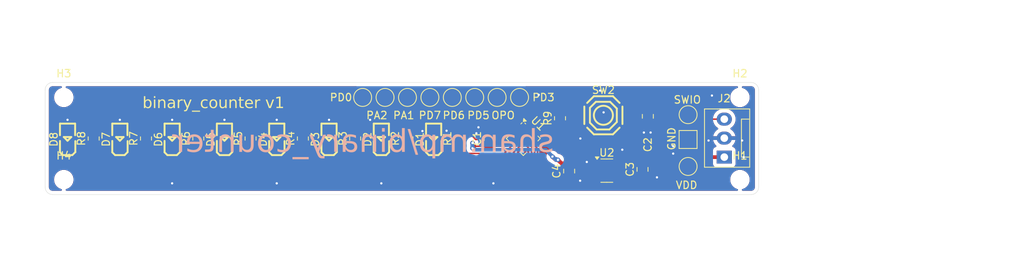
<source format=kicad_pcb>
(kicad_pcb (version 20240108) (generator "pcbnew") (generator_version "8.0")
  (layers (0 "F.Cu" signal) (31 "B.Cu" signal) (34 "B.Paste" user) (35 "F.Paste" user) (36 "B.SilkS" user "B.Silkscreen") (37 "F.SilkS" user "F.Silkscreen") (38 "B.Mask" user) (39 "F.Mask" user) (44 "Edge.Cuts" user))
  (net 0 "")
  (net 1 "GND")
  (net 2 "VDD")
  (net 3 "Net-(U1-PD2)")
  (net 4 "/LED1")
  (net 5 "/LED2")
  (net 6 "/LED3")
  (net 7 "/LED4")
  (net 8 "/LED5")
  (net 9 "/LED6")
  (net 10 "/LED7")
  (net 11 "/LED8")
  (net 12 "/SWIO")
  (net 13 "/mLED1")
  (net 14 "/mLED2")
  (net 15 "/mLED3")
  (net 16 "/mLED4")
  (net 17 "/mLED5")
  (net 18 "/mLED6")
  (net 19 "/mLED7")
  (net 20 "/mLED8")
  (net 21 "Net-(U1-PD3)")
  (net 22 "Net-(U1-PD4)")
  (net 23 "Net-(U1-PD5)")
  (net 24 "Net-(U1-PD6)")
  (net 25 "Net-(U1-PD7)")
  (net 26 "Net-(U1-PA1)")
  (net 27 "Net-(U1-PA2)")
  (net 28 "Net-(U1-PD0)")
  (net 29 "VBAT")
  (footprint "Resistor_SMD:R_0805_2012Metric_Pad1.20x1.40mm_HandSolder" (layer "F.Cu") (at 150.5 93 90)
    (property "Reference" "R5" (at 0 -1.65 -90) (layer "F.SilkS"))
    (property "Value" "R_US")
    (pad "1" smd roundrect (at -1 0 90) (size 1.2 1.4) (layers "F.Cu" "F.Paste" "F.Mask") (roundrect_rratio 0.208333) (net 17 "/mLED5"))
    (pad "2" smd roundrect (at 1 0 90) (size 1.2 1.4) (layers "F.Cu" "F.Paste" "F.Mask") (roundrect_rratio 0.208333) (net 8 "/LED5"))
  )
  (footprint "TurboCase:CaseCorner_M3" (layer "F.Cu") (at 248 105.5 135)
    (property "Reference" "" (at 0 0 135) (layer "F.SilkS") (effects (font (size 1.27 1.27))))
    (property "Value" "")
  )
  (footprint "LED:LED0805-R-RD" (layer "F.Cu") (at 147 93 90)
    (property "Reference" "D5" (at -0.11575 -1.8415 90) (layer "F.SilkS"))
    (property "Value" "LED")
    (pad "1" smd rect (at 1.0505 0 270) (size 1 1.3995) (layers "F.Cu" "F.Paste" "F.Mask") (net 1 "GND"))
    (pad "2" smd rect (at -1.0505 0 270) (size 1 1.3995) (layers "F.Cu" "F.Paste" "F.Mask") (net 8 "/LED5"))
  )
  (footprint "LED:LED0805-R-RD" (layer "F.Cu") (at 126 93 90)
    (property "Reference" "D8" (at -0.11575 -1.8415 90) (layer "F.SilkS"))
    (property "Value" "LED")
    (pad "1" smd rect (at 1.0505 0 270) (size 1 1.3995) (layers "F.Cu" "F.Paste" "F.Mask") (net 1 "GND"))
    (pad "2" smd rect (at -1.0505 0 270) (size 1 1.3995) (layers "F.Cu" "F.Paste" "F.Mask") (net 11 "/LED8"))
  )
  (footprint "TestPoint:TestPoint_Pad_2.0x2.0mm" (layer "F.Cu") (at 209.06 93.13)
    (property "Reference" "TP3" (hide yes))
    (property "Value" "GND" (at -2.2 -0.1 90) (layer "F.SilkS"))
    (pad "1" smd rect (at 0 0) (size 2 2) (layers "F.Cu" "F.Mask") (net 1 "GND"))
  )
  (footprint "TestPoint:TestPoint_Pad_D2.0mm" (layer "F.Cu") (at 186.5 87.5 90)
    (property "Reference" "TP4" (hide yes))
    (property "Value" "PD3" (at 0 3.2 0) (layer "F.SilkS"))
    (pad "1" smd circle (at 0 0 90) (size 2 2) (layers "F.Cu" "F.Mask") (net 21 "Net-(U1-PD3)"))
  )
  (footprint "Resistor_SMD:R_0805_2012Metric_Pad1.20x1.40mm_HandSolder" (layer "F.Cu") (at 143.5 93 90)
    (property "Reference" "R6" (at 0 -1.65 -90) (layer "F.SilkS"))
    (property "Value" "R_US")
    (pad "1" smd roundrect (at -1 0 90) (size 1.2 1.4) (layers "F.Cu" "F.Paste" "F.Mask") (roundrect_rratio 0.208333) (net 18 "/mLED6"))
    (pad "2" smd roundrect (at 1 0 90) (size 1.2 1.4) (layers "F.Cu" "F.Paste" "F.Mask") (roundrect_rratio 0.208333) (net 9 "/LED6"))
  )
  (footprint "Capacitor_SMD:C_0805_2012Metric_Pad1.18x1.45mm_HandSolder" (layer "F.Cu") (at 203.67 90.03 -90)
    (property "Reference" "C2" (at 3.8 0 90) (layer "F.SilkS"))
    (property "Value" "100n")
    (pad "1" smd roundrect (at -1.0375 0 270) (size 1.175 1.45) (layers "F.Cu" "F.Paste" "F.Mask") (roundrect_rratio 0.212766) (net 3 "Net-(U1-PD2)"))
    (pad "2" smd roundrect (at 1.0375 0 270) (size 1.175 1.45) (layers "F.Cu" "F.Paste" "F.Mask") (roundrect_rratio 0.212766) (net 1 "GND"))
  )
  (footprint "Resistor_SMD:R_0805_2012Metric_Pad1.20x1.40mm_HandSolder" (layer "F.Cu") (at 129.5 93 90)
    (property "Reference" "R8" (at 0 -1.65 -90) (layer "F.SilkS"))
    (property "Value" "R_US")
    (pad "1" smd roundrect (at -1 0 90) (size 1.2 1.4) (layers "F.Cu" "F.Paste" "F.Mask") (roundrect_rratio 0.208333) (net 20 "/mLED8"))
    (pad "2" smd roundrect (at 1 0 90) (size 1.2 1.4) (layers "F.Cu" "F.Paste" "F.Mask") (roundrect_rratio 0.208333) (net 11 "/LED8"))
  )
  (footprint "Resistor_SMD:R_0805_2012Metric_Pad1.20x1.40mm_HandSolder" (layer "F.Cu") (at 178.5 93 90)
    (property "Reference" "R1" (at 0 -1.65 -90) (layer "F.SilkS"))
    (property "Value" "R_US")
    (pad "1" smd roundrect (at -1 0 90) (size 1.2 1.4) (layers "F.Cu" "F.Paste" "F.Mask") (roundrect_rratio 0.208333) (net 13 "/mLED1"))
    (pad "2" smd roundrect (at 1 0 90) (size 1.2 1.4) (layers "F.Cu" "F.Paste" "F.Mask") (roundrect_rratio 0.208333) (net 4 "/LED1"))
  )
  (footprint "Resistor_SMD:R_0805_2012Metric_Pad1.20x1.40mm_HandSolder" (layer "F.Cu") (at 171.5 93 90)
    (property "Reference" "R2" (at 0 -1.65 -90) (layer "F.SilkS"))
    (property "Value" "R_US")
    (pad "1" smd roundrect (at -1 0 90) (size 1.2 1.4) (layers "F.Cu" "F.Paste" "F.Mask") (roundrect_rratio 0.208333) (net 14 "/mLED2"))
    (pad "2" smd roundrect (at 1 0 90) (size 1.2 1.4) (layers "F.Cu" "F.Paste" "F.Mask") (roundrect_rratio 0.208333) (net 5 "/LED2"))
  )
  (footprint "TurboCase:CaseCorner_M3" (layer "F.Cu") (at 123 105.5 45)
    (property "Reference" "" (at 0 0 45) (layer "F.SilkS") (effects (font (size 1.27 1.27))))
    (property "Value" "")
  )
  (footprint "Capacitor_SMD:C_0805_2012Metric_Pad1.18x1.45mm_HandSolder" (layer "F.Cu") (at 182.5 93 90)
    (property "Reference" "C1" (at 0 -1.679999 -90) (layer "F.SilkS"))
    (property "Value" "100n")
    (pad "1" smd roundrect (at -1.0375 0 90) (size 1.175 1.45) (layers "F.Cu" "F.Paste" "F.Mask") (roundrect_rratio 0.212766) (net 2 "VDD"))
    (pad "2" smd roundrect (at 1.0375 0 90) (size 1.175 1.45) (layers "F.Cu" "F.Paste" "F.Mask") (roundrect_rratio 0.212766) (net 1 "GND"))
  )
  (footprint "TurboCase:CaseCorner_M3" (layer "F.Cu") (at 248 80.5 -135)
    (property "Reference" "" (at 0 0 -135) (layer "F.SilkS") (effects (font (size 1.27 1.27))))
    (property "Value" "")
  )
  (footprint "TestPoint:TestPoint_Pad_D2.0mm" (layer "F.Cu") (at 209.06 89.81)
    (property "Reference" "TP2" (hide yes))
    (property "Value" "SWIO" (at -0.1 -2 180) (layer "F.SilkS"))
    (pad "1" smd circle (at 0 0) (size 2 2) (layers "F.Cu" "F.Mask") (net 12 "/SWIO"))
  )
  (footprint "TestPoint:TestPoint_Pad_D2.0mm" (layer "F.Cu") (at 171.5 87.5)
    (property "Reference" "TP9" (hide yes))
    (property "Value" "PA1" (at -0.5 2.4 0) (layer "F.SilkS"))
    (pad "1" smd circle (at 0 0) (size 2 2) (layers "F.Cu" "F.Mask") (net 26 "Net-(U1-PA1)"))
  )
  (footprint "Package_DFN_QFN:QFN-20-1EP_3x3mm_P0.4mm_EP1.65x1.65mm" (layer "F.Cu") (at 187 93 -45)
    (property "Reference" "U1" (at 0 -2.83 135) (layer "F.SilkS"))
    (property "Value" "CH32V003FxUx")
    (pad "1" smd roundrect (at -1.45 -0.8 315) (size 0.85 0.2) (layers "F.Cu" "F.Paste" "F.Mask") (net 25 "Net-(U1-PD7)"))
    (pad "2" smd roundrect (at -1.45 -0.4 315) (size 0.85 0.2) (layers "F.Cu" "F.Paste" "F.Mask") (net 26 "Net-(U1-PA1)"))
    (pad "3" smd roundrect (at -1.45 0 315) (size 0.85 0.2) (layers "F.Cu" "F.Paste" "F.Mask") (net 27 "Net-(U1-PA2)"))
    (pad "4" smd roundrect (at -1.45 0.4 315) (size 0.85 0.2) (layers "F.Cu" "F.Paste" "F.Mask") (net 1 "GND"))
    (pad "5" smd roundrect (at -1.45 0.8 315) (size 0.85 0.2) (layers "F.Cu" "F.Paste" "F.Mask") (net 28 "Net-(U1-PD0)"))
    (pad "6" smd roundrect (at -0.8 1.45 315) (size 0.2 0.85) (layers "F.Cu" "F.Paste" "F.Mask") (net 2 "VDD"))
    (pad "7" smd roundrect (at -0.4 1.45 315) (size 0.2 0.85) (layers "F.Cu" "F.Paste" "F.Mask") (net 13 "/mLED1"))
    (pad "8" smd roundrect (at 0 1.45 315) (size 0.2 0.85) (layers "F.Cu" "F.Paste" "F.Mask") (net 14 "/mLED2"))
    (pad "9" smd roundrect (at 0.4 1.45 315) (size 0.2 0.85) (layers "F.Cu" "F.Paste" "F.Mask") (net 15 "/mLED3"))
    (pad "10" smd roundrect (at 0.8 1.45 315) (size 0.2 0.85) (layers "F.Cu" "F.Paste" "F.Mask") (net 16 "/mLED4"))
    (pad "11" smd roundrect (at 1.45 0.8 315) (size 0.85 0.2) (layers "F.Cu" "F.Paste" "F.Mask") (net 17 "/mLED5"))
    (pad "12" smd roundrect (at 1.45 0.4 315) (size 0.85 0.2) (layers "F.Cu" "F.Paste" "F.Mask") (net 18 "/mLED6"))
    (pad "13" smd roundrect (at 1.45 0 315) (size 0.85 0.2) (layers "F.Cu" "F.Paste" "F.Mask") (net 19 "/mLED7"))
    (pad "14" smd roundrect (at 1.45 -0.4 315) (size 0.85 0.2) (layers "F.Cu" "F.Paste" "F.Mask") (net 20 "/mLED8"))
    (pad "15" smd roundrect (at 1.45 -0.8 315) (size 0.85 0.2) (layers "F.Cu" "F.Paste" "F.Mask") (net 12 "/SWIO"))
    (pad "16" smd roundrect (at 0.8 -1.45 315) (size 0.2 0.85) (layers "F.Cu" "F.Paste" "F.Mask") (net 3 "Net-(U1-PD2)"))
    (pad "17" smd roundrect (at 0.4 -1.45 315) (size 0.2 0.85) (layers "F.Cu" "F.Paste" "F.Mask") (net 21 "Net-(U1-PD3)"))
    (pad "18" smd roundrect (at 0 -1.45 315) (size 0.2 0.85) (layers "F.Cu" "F.Paste" "F.Mask") (net 22 "Net-(U1-PD4)"))
    (pad "19" smd roundrect (at -0.4 -1.45 315) (size 0.2 0.85) (layers "F.Cu" "F.Paste" "F.Mask") (net 23 "Net-(U1-PD5)"))
    (pad "20" smd roundrect (at -0.8 -1.45 315) (size 0.2 0.85) (layers "F.Cu" "F.Paste" "F.Mask") (net 24 "Net-(U1-PD6)"))
    (pad "21" smd rect (at 0 0 315) (size 1.65 1.65) (property pad_prop_heatsink) (layers "F.Cu" "F.Mask") (net 1 "GND"))
  )
  (footprint "Connector:FanPinHeader_1x03_P2.54mm_Vertical" (layer "F.Cu") (at 213.905 95.49 90)
    (property "Reference" "J2" (at 7.85 -0.025 0) (layer "F.SilkS"))
    (property "Value" "Conn_01x03_Pin" (hide yes))
    (pad "1" thru_hole rect (at 0 0 180) (size 2.03 1.73) (drill 1.02) (layers "*.Cu" "*.Mask") (net 29 "VBAT"))
    (pad "2" thru_hole oval (at 2.54 0 180) (size 2.03 1.73) (drill 1.02) (layers "*.Cu" "*.Mask") (net 1 "GND"))
    (pad "3" thru_hole oval (at 5.08 0 180) (size 2.03 1.73) (drill 1.02) (layers "*.Cu" "*.Mask") (net 12 "/SWIO"))
  )
  (footprint "Capacitor_SMD:C_0805_2012Metric_Pad1.18x1.45mm_HandSolder" (layer "F.Cu") (at 202.96 97.13 90)
    (property "Reference" "C3" (at 0 -1.68 -90) (layer "F.SilkS"))
    (property "Value" "1uF")
    (pad "1" smd roundrect (at -1.0375 0 90) (size 1.175 1.45) (layers "F.Cu" "F.Paste" "F.Mask") (roundrect_rratio 0.212766) (net 1 "GND"))
    (pad "2" smd roundrect (at 1.0375 0 90) (size 1.175 1.45) (layers "F.Cu" "F.Paste" "F.Mask") (roundrect_rratio 0.212766) (net 29 "VBAT"))
  )
  (footprint "TACT Switch:SW-SMD_4P-L5.1-W5.1-P3.70-LS6.5-TL-2" (layer "F.Cu") (at 197.72 89.89)
    (property "Reference" "SW2" (at 0 -3.377 0) (layer "F.SilkS"))
    (property "Value" "SW_MEC_5E")
    (pad "1" smd rect (at -3.3 -1.85) (size 1.7 1) (layers "F.Cu" "F.Paste" "F.Mask") (net 3 "Net-(U1-PD2)"))
    (pad "2" smd rect (at 3.3 -1.85) (size 1.7 1) (layers "F.Cu" "F.Paste" "F.Mask") (net 3 "Net-(U1-PD2)"))
    (pad "3" smd rect (at -3.3 1.85) (size 1.7 1) (layers "F.Cu" "F.Paste" "F.Mask") (net 1 "GND"))
    (pad "4" smd rect (at 3.3 1.85) (size 1.7 1) (layers "F.Cu" "F.Paste" "F.Mask") (net 1 "GND"))
  )
  (footprint "MountingHole:MountingHole_2.2mm_M2" (layer "F.Cu") (at 216 87.5)
    (property "Reference" "H2" (at 0 -3.2 0) (layer "F.SilkS"))
    (property "Value" "MountingHole_Pad")
    (pad "" np_thru_hole circle (at 0 0) (size 2.2 2.2) (drill 2.2) (layers "*.Cu" "*.Mask"))
  )
  (footprint "TestPoint:TestPoint_Pad_D2.0mm" (layer "F.Cu") (at 183.5 87.5 90)
    (property "Reference" "TP5" (hide yes))
    (property "Value" "OPO" (at -2.4 0.8 0) (layer "F.SilkS"))
    (pad "1" smd circle (at 0 0 90) (size 2 2) (layers "F.Cu" "F.Mask") (net 22 "Net-(U1-PD4)"))
  )
  (footprint "TestPoint:TestPoint_Pad_D2.0mm" (layer "F.Cu") (at 209.06 96.74)
    (property "Reference" "TP1" (hide yes))
    (property "Value" "VDD" (at -0.2 2.5 0) (layer "F.SilkS"))
    (pad "1" smd circle (at 0 0) (size 2 2) (layers "F.Cu" "F.Mask") (net 29 "VBAT"))
  )
  (footprint "Capacitor_SMD:C_0805_2012Metric_Pad1.18x1.45mm_HandSolder" (layer "F.Cu") (at 193.14 97.36 90)
    (property "Reference" "C4" (at 0 -1.68 -90) (layer "F.SilkS"))
    (property "Value" "1uF")
    (pad "1" smd roundrect (at -1.0375 0 90) (size 1.175 1.45) (layers "F.Cu" "F.Paste" "F.Mask") (roundrect_rratio 0.212766) (net 1 "GND"))
    (pad "2" smd roundrect (at 1.0375 0 90) (size 1.175 1.45) (layers "F.Cu" "F.Paste" "F.Mask") (roundrect_rratio 0.212766) (net 2 "VDD"))
  )
  (footprint "LED:LED0805-R-RD" (layer "F.Cu") (at 140 93 90)
    (property "Reference" "D6" (at -0.11575 -1.8415 90) (layer "F.SilkS"))
    (property "Value" "LED")
    (pad "1" smd rect (at 1.0505 0 270) (size 1 1.3995) (layers "F.Cu" "F.Paste" "F.Mask") (net 1 "GND"))
    (pad "2" smd rect (at -1.0505 0 270) (size 1 1.3995) (layers "F.Cu" "F.Paste" "F.Mask") (net 9 "/LED6"))
  )
  (footprint "LED:LED0805-R-RD" (layer "F.Cu") (at 133 93 90)
    (property "Reference" "D7" (at -0.11575 -1.8415 90) (layer "F.SilkS"))
    (property "Value" "LED")
    (pad "1" smd rect (at 1.0505 0 270) (size 1 1.3995) (layers "F.Cu" "F.Paste" "F.Mask") (net 1 "GND"))
    (pad "2" smd rect (at -1.0505 0 270) (size 1 1.3995) (layers "F.Cu" "F.Paste" "F.Mask") (net 10 "/LED7"))
  )
  (footprint "TestPoint:TestPoint_Pad_D2.0mm" (layer "F.Cu") (at 180.5 87.5 90)
    (property "Reference" "TP6" (hide yes))
    (property "Value" "PD5" (at -2.4 0.5 0) (layer "F.SilkS"))
    (pad "1" smd circle (at 0 0 90) (size 2 2) (layers "F.Cu" "F.Mask") (net 23 "Net-(U1-PD5)"))
  )
  (footprint "Resistor_SMD:R_0805_2012Metric_Pad1.20x1.40mm_HandSolder" (layer "F.Cu") (at 136.5 93 90)
    (property "Reference" "R7" (at 0 -1.65 -90) (layer "F.SilkS"))
    (property "Value" "R_US")
    (pad "1" smd roundrect (at -1 0 90) (size 1.2 1.4) (layers "F.Cu" "F.Paste" "F.Mask") (roundrect_rratio 0.208333) (net 19 "/mLED7"))
    (pad "2" smd roundrect (at 1 0 90) (size 1.2 1.4) (layers "F.Cu" "F.Paste" "F.Mask") (roundrect_rratio 0.208333) (net 10 "/LED7"))
  )
  (footprint "TestPoint:TestPoint_Pad_D2.0mm" (layer "F.Cu") (at 174.5 87.5)
    (property "Reference" "TP8" (hide yes))
    (property "Value" "PD7" (at 0 2.4 0) (layer "F.SilkS"))
    (pad "1" smd circle (at 0 0) (size 2 2) (layers "F.Cu" "F.Mask") (net 25 "Net-(U1-PD7)"))
  )
  (footprint "Resistor_SMD:R_0805_2012Metric_Pad1.20x1.40mm_HandSolder" (layer "F.Cu") (at 157.5 93 90)
    (property "Reference" "R4" (at 0 -1.65 -90) (layer "F.SilkS"))
    (property "Value" "R_US")
    (pad "1" smd roundrect (at -1 0 90) (size 1.2 1.4) (layers "F.Cu" "F.Paste" "F.Mask") (roundrect_rratio 0.208333) (net 16 "/mLED4"))
    (pad "2" smd roundrect (at 1 0 90) (size 1.2 1.4) (layers "F.Cu" "F.Paste" "F.Mask") (roundrect_rratio 0.208333) (net 7 "/LED4"))
  )
  (footprint "Resistor_SMD:R_0805_2012Metric_Pad1.20x1.40mm_HandSolder" (layer "F.Cu") (at 164.5 93 90)
    (property "Reference" "R3" (at 0 -1.65 -90) (layer "F.SilkS"))
    (property "Value" "R_US")
    (pad "1" smd roundrect (at -1 0 90) (size 1.2 1.4) (layers "F.Cu" "F.Paste" "F.Mask") (roundrect_rratio 0.208333) (net 15 "/mLED3"))
    (pad "2" smd roundrect (at 1 0 90) (size 1.2 1.4) (layers "F.Cu" "F.Paste" "F.Mask") (roundrect_rratio 0.208333) (net 6 "/LED3"))
  )
  (footprint "MountingHole:MountingHole_2.2mm_M2" (layer "F.Cu") (at 125.5 98.5)
    (property "Reference" "H4" (at 0 -3.2 0) (layer "F.SilkS"))
    (property "Value" "MountingHole_Pad")
    (pad "" np_thru_hole circle (at 0 0) (size 2.2 2.2) (drill 2.2) (layers "*.Cu" "*.Mask"))
  )
  (footprint "LED:LED0805-R-RD" (layer "F.Cu") (at 168 93 90)
    (property "Reference" "D2" (at -0.11575 -1.8415 90) (layer "F.SilkS"))
    (property "Value" "LED")
    (pad "1" smd rect (at 1.0505 0 270) (size 1 1.3995) (layers "F.Cu" "F.Paste" "F.Mask") (net 1 "GND"))
    (pad "2" smd rect (at -1.0505 0 270) (size 1 1.3995) (layers "F.Cu" "F.Paste" "F.Mask") (net 5 "/LED2"))
  )
  (footprint "TestPoint:TestPoint_Pad_D2.0mm" (layer "F.Cu") (at 177.5 87.5 90)
    (property "Reference" "TP7" (hide yes))
    (property "Value" "PD6" (at -2.4 0.2 0) (layer "F.SilkS"))
    (pad "1" smd circle (at 0 0 90) (size 2 2) (layers "F.Cu" "F.Mask") (net 24 "Net-(U1-PD6)"))
  )
  (footprint "TurboCase:CaseCorner_M3" (layer "F.Cu") (at 123 80.5 -45)
    (property "Reference" "" (at 0 0 -45) (layer "F.SilkS") (effects (font (size 1.27 1.27))))
    (property "Value" "")
  )
  (footprint "MountingHole:MountingHole_2.2mm_M2" (layer "F.Cu") (at 216 98.5)
    (property "Reference" "H1" (at 0 -3.2 0) (layer "F.SilkS"))
    (property "Value" "MountingHole_Pad")
    (pad "" np_thru_hole circle (at 0 0) (size 2.2 2.2) (drill 2.2) (layers "*.Cu" "*.Mask"))
  )
  (footprint "LED:LED0805-R-RD" (layer "F.Cu") (at 161 93 90)
    (property "Reference" "D3" (at -0.11575 -1.8415 90) (layer "F.SilkS"))
    (property "Value" "LED")
    (pad "1" smd rect (at 1.0505 0 270) (size 1 1.3995) (layers "F.Cu" "F.Paste" "F.Mask") (net 1 "GND"))
    (pad "2" smd rect (at -1.0505 0 270) (size 1 1.3995) (layers "F.Cu" "F.Paste" "F.Mask") (net 6 "/LED3"))
  )
  (footprint "MountingHole:MountingHole_2.2mm_M2" (layer "F.Cu") (at 125.5 87.5)
    (property "Reference" "H3" (at 0 -3.2 0) (layer "F.SilkS"))
    (property "Value" "MountingHole_Pad")
    (pad "" np_thru_hole circle (at 0 0) (size 2.2 2.2) (drill 2.2) (layers "*.Cu" "*.Mask"))
  )
  (footprint "TestPoint:TestPoint_Pad_D2.0mm" (layer "F.Cu") (at 165.5 87.5)
    (property "Reference" "TP12" (hide yes))
    (property "Value" "PD0" (at -2.9 0 0) (layer "F.SilkS"))
    (pad "1" smd circle (at 0 0) (size 2 2) (layers "F.Cu" "F.Mask") (net 28 "Net-(U1-PD0)"))
  )
  (footprint "Resistor_SMD:R_0805_2012Metric_Pad1.20x1.40mm_HandSolder" (layer "F.Cu") (at 191.92 90.29 90)
    (property "Reference" "R9" (at 0 -1.65 -90) (layer "F.SilkS"))
    (property "Value" "R_US")
    (pad "1" smd roundrect (at -1 0 90) (size 1.2 1.4) (layers "F.Cu" "F.Paste" "F.Mask") (roundrect_rratio 0.208333) (net 2 "VDD"))
    (pad "2" smd roundrect (at 1 0 90) (size 1.2 1.4) (layers "F.Cu" "F.Paste" "F.Mask") (roundrect_rratio 0.208333) (net 3 "Net-(U1-PD2)"))
  )
  (footprint "LED:LED0805-R-RD" (layer "F.Cu") (at 154 93 90)
    (property "Reference" "D4" (at -0.11575 -1.8415 90) (layer "F.SilkS"))
    (property "Value" "LED")
    (pad "1" smd rect (at 1.0505 0 270) (size 1 1.3995) (layers "F.Cu" "F.Paste" "F.Mask") (net 1 "GND"))
    (pad "2" smd rect (at -1.0505 0 270) (size 1 1.3995) (layers "F.Cu" "F.Paste" "F.Mask") (net 7 "/LED4"))
  )
  (footprint "LED:LED0805-R-RD" (layer "F.Cu") (at 175 93 90)
    (property "Reference" "D1" (at -0.11575 -1.8415 90) (layer "F.SilkS"))
    (property "Value" "LED")
    (pad "1" smd rect (at 1.0505 0 270) (size 1 1.3995) (layers "F.Cu" "F.Paste" "F.Mask") (net 1 "GND"))
    (pad "2" smd rect (at -1.0505 0 270) (size 1 1.3995) (layers "F.Cu" "F.Paste" "F.Mask") (net 4 "/LED1"))
  )
  (footprint "TestPoint:TestPoint_Pad_D2.0mm" (layer "F.Cu") (at 168.5 87.5)
    (property "Reference" "TP10" (hide yes))
    (property "Value" "PA2" (at -1.1 2.4 0) (layer "F.SilkS"))
    (pad "1" smd circle (at 0 0) (size 2 2) (layers "F.Cu" "F.Mask") (net 27 "Net-(U1-PA2)"))
  )
  (footprint "Package_TO_SOT_SMD:SOT-23-3" (layer "F.Cu") (at 198.18 97.2975)
    (property "Reference" "U2" (at 0 -2.4 0) (layer "F.SilkS"))
    (property "Value" "XC6206PxxxMR")
    (pad "1" smd roundrect (at -1.1375 -0.95) (size 1.325 0.6) (layers "F.Cu" "F.Paste" "F.Mask") (net 1 "GND"))
    (pad "2" smd roundrect (at -1.1375 0.95) (size 1.325 0.6) (layers "F.Cu" "F.Paste" "F.Mask") (net 2 "VDD"))
    (pad "3" smd roundrect (at 1.1375 0) (size 1.325 0.6) (layers "F.Cu" "F.Paste" "F.Mask") (net 29 "VBAT"))
  )
  (gr_arc (start 218.5 99.5) (mid 218.207107 100.207107) (end 217.5 100.5) (stroke (width 0.05)) (layer "Edge.Cuts"))
  (gr_arc (start 124 100.5) (mid 123.292893 100.207107) (end 123 99.5) (stroke (width 0.05)) (layer "Edge.Cuts"))
  (gr_line (start 218.5 86.5) (end 218.5 99.5) (stroke (width 0.05)) (layer "Edge.Cuts"))
  (gr_arc (start 217.5 85.5) (mid 218.207107 85.792893) (end 218.5 86.5) (stroke (width 0.05)) (layer "Edge.Cuts"))
  (gr_line (start 123 99.5) (end 123 86.5) (stroke (width 0.05)) (layer "Edge.Cuts"))
  (gr_arc (start 123 86.5) (mid 123.292893 85.792893) (end 124 85.5) (stroke (width 0.05)) (layer "Edge.Cuts"))
  (gr_line (start 124 85.5) (end 217.5 85.5) (stroke (width 0.05)) (layer "Edge.Cuts"))
  (gr_line (start 217.5 100.5) (end 124 100.5) (stroke (width 0.05)) (layer "Edge.Cuts"))
  (gr_text "shan.mp/binary_counter" (at 191.1 95.3 0) (layer "B.SilkS") (effects (font (size 3 3)) (justify left bottom mirror)))
  (gr_text "binary_counter v1" (at 136.03 89.18 0) (layer "F.SilkS") (effects (font (size 1.5 1.5)) (justify left bottom)))
  (segment (start 203.67 91.67) (end 203.14 92.2) (width 0.2) (layer "F.Cu") (net 1))
  (segment (start 185.691852 92.257538) (end 186.434314 93) (width 0.2) (layer "F.Cu") (net 1))
  (segment (start 213.905 92.95) (end 215.975 92.95) (width 0.2) (layer "F.Cu") (net 1))
  (segment (start 213.905 92.95) (end 212.115 92.95) (width 0.2) (layer "F.Cu") (net 1))
  (segment (start 215.975 92.95) (end 216.295 93.27) (width 0.2) (layer "F.Cu") (net 1))
  (segment (start 181 92) (end 181.0375 91.9625) (width 0.2) (layer "F.Cu") (net 1))
  (segment (start 186.434314 93) (end 187 93) (width 0.2) (layer "F.Cu") (net 1))
  (segment (start 212.115 92.95) (end 211.795 93.27) (width 0.2) (layer "F.Cu") (net 1))
  (segment (start 195.5 96.14) (end 196.835 96.14) (width 0.2) (layer "F.Cu") (net 1))
  (segment (start 181 92) (end 181 91.5) (width 0.2) (layer "F.Cu") (net 1))
  (segment (start 181 92.02) (end 181 92) (width 0.2) (layer "F.Cu") (net 1))
  (segment (start 196.835 96.14) (end 197.0425 96.3475) (width 0.2) (layer "F.Cu") (net 1))
  (segment (start 185.323196 91.888881) (end 183.5 91.888881) (width 0.2) (layer "F.Cu") (net 1))
  (segment (start 180.72 92.3) (end 181 92.02) (width 0.2) (layer "F.Cu") (net 1))
  (segment (start 182.573619 91.888881) (end 182.5 91.9625) (width 0.2) (layer "F.Cu") (net 1))
  (segment (start 181.0375 91.9625) (end 182.5 91.9625) (width 0.2) (layer "F.Cu") (net 1))
  (segment (start 203.67 91.0675) (end 203.67 91.83) (width 0.2) (layer "F.Cu") (net 1))
  (segment (start 185.691852 92.257538) (end 185.323196 91.888881) (width 0.2) (layer "F.Cu") (net 1))
  (segment (start 203.67 91.83) (end 204.04 92.2) (width 0.2) (layer "F.Cu") (net 1))
  (segment (start 183.5 91.888881) (end 182.573619 91.888881) (width 0.2) (layer "F.Cu") (net 1))
  (segment (start 194.42 92.78) (end 194.64 93) (width 0.2) (layer "F.Cu") (net 1))
  (segment (start 194.42 91.74) (end 194.42 92.78) (width 0.2) (layer "F.Cu") (net 1))
  (segment (start 193.29 98.2475) (end 193.14 98.3975) (width 0.2) (layer "F.Cu") (net 1))
  (segment (start 194.64 93) (end 194.64 95.28) (width 0.2) (layer "F.Cu") (net 1))
  (segment (start 203.67 91.0675) (end 203.67 91.67) (width 0.2) (layer "F.Cu") (net 1))
  (segment (start 194.64 95.28) (end 195.5 96.14) (width 0.2) (layer "F.Cu") (net 1))
  (via (at 204.04 92.2) (size 0.6) (drill 0.3) (layers "F.Cu" "B.Cu") (net 1))
  (via (at 154 99) (size 0.6) (drill 0.3) (layers "F.Cu" "B.Cu") (net 1))
  (via (at 216.5 95.5) (size 0.6) (drill 0.3) (layers "F.Cu" "B.Cu") (net 1))
  (via (at 207.065 94.02) (size 0.6) (drill 0.3) (layers "F.Cu" "B.Cu") (net 1))
  (via (at 189.07 87.15) (size 0.6) (drill 0.3) (layers "F.Cu" "B.Cu") (net 1))
  (via (at 200.25 94.5) (size 0.6) (drill 0.3) (layers "F.Cu" "B.Cu") (net 1))
  (via (at 154 90.5) (size 0.6) (drill 0.3) (layers "F.Cu" "B.Cu") (net 1))
  (via (at 126 90.5) (size 0.6) (drill 0.3) (layers "F.Cu" "B.Cu") (net 1))
  (via (at 140 99) (size 0.6) (drill 0.3) (layers "F.Cu" "B.Cu") (net 1))
  (via (at 197.27 86.59) (size 0.6) (drill 0.3) (layers "F.Cu" "B.Cu") (net 1))
  (via (at 211.795 93.27) (size 0.6) (drill 0.3) (layers "F.Cu" "B.Cu") (net 1))
  (via (at 204.89 98.2) (size 0.6) (drill 0.3) (layers "F.Cu" "B.Cu") (net 1))
  (via (at 197.75 89.5) (size 0.6) (drill 0.3) (layers "F.Cu" "B.Cu") (net 1))
  (via (at 216.295 93.27) (size 0.6) (drill 0.3) (layers "F.Cu" "B.Cu") (net 1))
  (via (at 166.5 90.5) (size 0.6) (drill 0.3) (layers "F.Cu" "B.Cu") (net 1))
  (via (at 176.73 91.96) (size 0.6) (drill 0.3) (layers "F.Cu" "B.Cu") (net 1))
  (via (at 212.25 87.25) (size 0.6) (drill 0.3) (layers "F.Cu" "B.Cu") (net 1))
  (via (at 133 90.5) (size 0.6) (drill 0.3) (layers "F.Cu" "B.Cu") (net 1))
  (via (at 203.14 92.2) (size 0.6) (drill 0.3) (layers "F.Cu" "B.Cu") (net 1))
  (via (at 173.5 92) (size 0.6) (drill 0.3) (layers "F.Cu" "B.Cu") (net 1))
  (via (at 207.065 95.02) (size 0.6) (drill 0.3) (layers "F.Cu" "B.Cu") (net 1))
  (via (at 183 99) (size 0.6) (drill 0.3) (layers "F.Cu" "B.Cu") (net 1))
  (via (at 181 91.5) (size 0.6) (drill 0.3) (layers "F.Cu" "B.Cu") (net 1))
  (via (at 168 99) (size 0.6) (drill 0.3) (layers "F.Cu" "B.Cu") (net 1))
  (via (at 147 90.5) (size 0.6) (drill 0.3) (layers "F.Cu" "B.Cu") (net 1))
  (via (at 161 90.5) (size 0.6) (drill 0.3) (layers "F.Cu" "B.Cu") (net 1))
  (via (at 194.64 93) (size 0.6) (drill 0.3) (layers "F.Cu" "B.Cu") (net 1))
  (via (at 194.61 98.65) (size 0.6) (drill 0.3) (layers "F.Cu" "B.Cu") (net 1))
  (via (at 180.72 92.3) (size 0.6) (drill 0.3) (layers "F.Cu" "B.Cu") (net 1))
  (via (at 140 90.5) (size 0.6) (drill 0.3) (layers "F.Cu" "B.Cu") (net 1))
  (via (at 195.5 96.14) (size 0.6) (drill 0.3) (layers "F.Cu" "B.Cu") (net 1))
  (segment (start 180.4625 94.0375) (end 182.5 94.0375) (width 0.2) (layer "F.Cu") (net 2))
  (segment (start 180.2 94.3) (end 180.4625 94.0375) (width 0.2) (layer "F.Cu") (net 2))
  (segment (start 185.40901 93.459619) (end 185.040352 93.828276) (width 0.2) (layer "F.Cu") (net 2))
  (segment (start 191.34 95.86) (end 190.9 95.42) (width 0.5) (layer "F.Cu") (net 2))
  (segment (start 194.0925 96.3225) (end 196.02 98.25) (width 0.5) (layer "F.Cu") (net 2))
  (segment (start 180.6375 94.0375) (end 182.5 94.0375) (width 0.2) (layer "F.Cu") (net 2))
  (segment (start 184.831128 94.0375) (end 184.934314 93.934314) (width 0.2) (layer "F.Cu") (net 2))
  (segment (start 196.02 98.25) (end 196.1 98.25) (width 0.2) (layer "F.Cu") (net 2))
  (segment (start 182.5 94.0375) (end 184.831128 94.0375) (width 0.2) (layer "F.Cu") (net 2))
  (segment (start 191.84 93.15) (end 191.84 91.37) (width 0.5) (layer "F.Cu") (net 2))
  (segment (start 196.1 98.25) (end 196.1025 98.2475) (width 0.2) (layer "F.Cu") (net 2))
  (segment (start 192.1025 96.3225) (end 191.64 95.86) (width 0.5) (layer "F.Cu") (net 2))
  (segment (start 193.14 96.3225) (end 193.14 94.45) (width 0.5) (layer "F.Cu") (net 2))
  (segment (start 180.2 93.6) (end 180.6375 94.0375) (width 0.2) (layer "F.Cu") (net 2))
  (segment (start 191.64 95.86) (end 191.34 95.86) (width 0.5) (layer "F.Cu") (net 2))
  (segment (start 196.1025 98.2475) (end 197.0425 98.2475) (width 0.5) (layer "F.Cu") (net 2))
  (segment (start 193.14 96.3225) (end 194.0925 96.3225) (width 0.5) (layer "F.Cu") (net 2))
  (segment (start 193.14 94.45) (end 191.84 93.15) (width 0.5) (layer "F.Cu") (net 2))
  (segment (start 185.040352 93.828276) (end 184.934314 93.934314) (width 0.2) (layer "F.Cu") (net 2))
  (segment (start 191.84 91.37) (end 191.92 91.29) (width 0.5) (layer "F.Cu") (net 2))
  (segment (start 193.14 96.3225) (end 192.1025 96.3225) (width 0.5) (layer "F.Cu") (net 2))
  (via (at 190.9 95.42) (size 0.6) (drill 0.3) (layers "F.Cu" "B.Cu") (net 2))
  (via (at 180.2 94.3) (size 0.6) (drill 0.3) (layers "F.Cu" "B.Cu") (net 2))
  (via (at 180.2 93.6) (size 0.6) (drill 0.3) (layers "F.Cu" "B.Cu") (net 2))
  (via (at 191.64 95.86) (size 0.6) (drill 0.3) (layers "F.Cu" "B.Cu") (net 2))
  (segment (start 180.2 94.3) (end 180.4 94.5) (width 0.5) (layer "B.Cu") (net 2))
  (segment (start 190 94.5) (end 191.36 95.86) (width 0.5) (layer "B.Cu") (net 2))
  (segment (start 180.4 94.5) (end 190 94.5) (width 0.5) (layer "B.Cu") (net 2))
  (segment (start 191.36 95.86) (end 191.64 95.86) (width 0.5) (layer "B.Cu") (net 2))
  (segment (start 180.2 94.3) (end 180.2 93.6) (width 0.5) (layer "B.Cu") (net 2))
  (segment (start 189.534314 91.495686) (end 191.74 89.29) (width 0.2) (layer "F.Cu") (net 3))
  (segment (start 191.92 89.29) (end 193.17 89.29) (width 0.2) (layer "F.Cu") (net 3))
  (segment (start 189.534314 91.597057) (end 189.534314 91.495686) (width 0.2) (layer "F.Cu") (net 3))
  (segment (start 188.59099 92.540381) (end 189.534314 91.597057) (width 0.2) (layer "F.Cu") (net 3))
  (segment (start 193.17 89.29) (end 194.42 88.04) (width 0.2) (layer "F.Cu") (net 3))
  (segment (start 201.02 88.04) (end 194.42 88.04) (width 0.2) (layer "F.Cu") (net 3))
  (segment (start 191.74 89.29) (end 191.92 89.29) (width 0.2) (layer "F.Cu") (net 3))
  (segment (start 203.67 88.9925) (end 201.9725 88.9925) (width 0.2) (layer "F.Cu") (net 3))
  (segment (start 201.9725 88.9925) (end 201.02 88.04) (width 0.2) (layer "F.Cu") (net 3))
  (segment (start 175 94.0505) (end 176.4495 94.0505) (width 0.2) (layer "F.Cu") (net 4))
  (segment (start 176.4495 94.0505) (end 178.5 92) (width 0.2) (layer "F.Cu") (net 4))
  (segment (start 170 93.5) (end 169.4495 94.0505) (width 0.2) (layer "F.Cu") (net 5))
  (segment (start 170 92.5) (end 170 93.5) (width 0.2) (layer "F.Cu") (net 5))
  (segment (start 171.5 92) (end 170.5 92) (width 0.2) (layer "F.Cu") (net 5))
  (segment (start 170.5 92) (end 170 92.5) (width 0.2) (layer "F.Cu") (net 5))
  (segment (start 169.4495 94.0505) (end 168 94.0505) (width 0.2) (layer "F.Cu") (net 5))
  (segment (start 162.4495 94.0505) (end 161 94.0505) (width 0.2) (layer "F.Cu") (net 6))
  (segment (start 163 92.5) (end 163 93.5) (width 0.2) (layer "F.Cu") (net 6))
  (segment (start 164.5 92) (end 163.5 92) (width 0.2) (layer "F.Cu") (net 6))
  (segment (start 163.5 92) (end 163 92.5) (width 0.2) (layer "F.Cu") (net 6))
  (segment (start 163 93.5) (end 162.4495 94.0505) (width 0.2) (layer "F.Cu") (net 6))
  (segment (start 157.5 92) (end 156.5 92) (width 0.2) (layer "F.Cu") (net 7))
  (segment (start 155.4495 94.0505) (end 154 94.0505) (width 0.2) (layer "F.Cu") (net 7))
  (segment (start 156.5 92) (end 156 92.5) (width 0.2) (layer "F.Cu") (net 7))
  (segment (start 156 92.5) (end 156 93.5) (width 0.2) (layer "F.Cu") (net 7))
  (segment (start 156 93.5) (end 155.4495 94.0505) (width 0.2) (layer "F.Cu") (net 7))
  (segment (start 149 92.5) (end 149 93.5) (width 0.2) (layer "F.Cu") (net 8))
  (segment (start 150.5 92) (end 149.5 92) (width 0.2) (layer "F.Cu") (net 8))
  (segment (start 149 93.5) (end 148.4495 94.0505) (width 0.2) (layer "F.Cu") (net 8))
  (segment (start 148.4495 94.0505) (end 147 94.0505) (width 0.2) (layer "F.Cu") (net 8))
  (segment (start 149.5 92) (end 149 92.5) (width 0.2) (layer "F.Cu") (net 8))
  (segment (start 142 92.5) (end 142 93.5) (width 0.2) (layer "F.Cu") (net 9))
  (segment (start 142 93.5) (end 141.4495 94.0505) (width 0.2) (layer "F.Cu") (net 9))
  (segment (start 143.5 92) (end 142.5 92) (width 0.2) (layer "F.Cu") (net 9))
  (segment (start 141.4495 94.0505) (end 140 94.0505) (width 0.2) (layer "F.Cu") (net 9))
  (segment (start 142.5 92) (end 142 92.5) (width 0.2) (layer "F.Cu") (net 9))
  (segment (start 136.5 92) (end 135.5 92) (width 0.2) (layer "F.Cu") (net 10))
  (segment (start 135 93.5) (end 134.4495 94.0505) (width 0.2) (layer "F.Cu") (net 10))
  (segment (start 134.4495 94.0505) (end 133 94.0505) (width 0.2) (layer "F.Cu") (net 10))
  (segment (start 135.5 92) (end 135 92.5) (width 0.2) (layer "F.Cu") (net 10))
  (segment (start 135 92.5) (end 135 93.5) (width 0.2) (layer "F.Cu") (net 10))
  (segment (start 128 92.5) (end 128 93.5) (width 0.2) (layer "F.Cu") (net 11))
  (segment (start 128.5 92) (end 128 92.5) (width 0.2) (layer "F.Cu") (net 11))
  (segment (start 128 93.5) (end 127.4495 94.0505) (width 0.2) (layer "F.Cu") (net 11))
  (segment (start 127.4495 94.0505) (end 126 94.0505) (width 0.2) (layer "F.Cu") (net 11))
  (segment (start 129.5 92) (end 128.5 92) (width 0.2) (layer "F.Cu") (net 11))
  (segment (start 191.435256 90.19) (end 190.08 91.545256) (width 0.2) (layer "F.Cu") (net 12))
  (segment (start 213.905 90.41) (end 209.66 90.41) (width 0.2) (layer "F.Cu") (net 12))
  (segment (start 190.08 91.545256) (end 190.08 93.39) (width 0.2) (layer "F.Cu") (net 12))
  (segment (start 204.379744 90.18) (end 204.589744 90.39) (width 0.2) (layer "F.Cu") (net 12))
  (segment (start 196.49 90.19) (end 191.435256 90.19) (width 0.2) (layer "F.Cu") (net 12))
  (segment (start 188.841372 93.71) (end 188.535686 93.404314) (width 0.2) (layer "F.Cu") (net 12))
  (segment (start 208.48 90.39) (end 209.06 89.81) (width 0.2) (layer "F.Cu") (net 12))
  (segment (start 189.76 93.71) (end 188.841372 93.71) (width 0.2) (layer "F.Cu") (net 12))
  (segment (start 204.589744 90.39) (end 208.48 90.39) (width 0.2) (layer "F.Cu") (net 12))
  (segment (start 196.5 90.18) (end 196.49 90.19) (width 0.2) (layer "F.Cu") (net 12))
  (segment (start 196.5 90.18) (end 204.379744 90.18) (width 0.2) (layer "F.Cu") (net 12))
  (segment (start 190.08 93.39) (end 189.76 93.71) (width 0.2) (layer "F.Cu") (net 12))
  (segment (start 209.66 90.41) (end 209.06 89.81) (width 0.2) (layer "F.Cu") (net 12))
  (segment (start 179.5 95) (end 178.5 94) (width 0.2) (layer "F.Cu") (net 13))
  (segment (start 185.691852 93.742462) (end 184.434314 95) (width 0.2) (layer "F.Cu") (net 13))
  (segment (start 184.434314 95) (end 179.5 95) (width 0.2) (layer "F.Cu") (net 13))
  (segment (start 184.6 95.4) (end 172.9 95.4) (width 0.2) (layer "F.Cu") (net 14))
  (segment (start 185.974695 94.025305) (end 184.6 95.4) (width 0.2) (layer "F.Cu") (net 14))
  (segment (start 172.9 95.4) (end 171.5 94) (width 0.2) (layer "F.Cu") (net 14))
  (segment (start 186.257538 94.308148) (end 184.765686 95.8) (width 0.2) (layer "F.Cu") (net 15))
  (segment (start 184.765686 95.8) (end 166.3 95.8) (width 0.2) (layer "F.Cu") (net 15))
  (segment (start 166.3 95.8) (end 164.5 94) (width 0.2) (layer "F.Cu") (net 15))
  (segment (start 186.540381 94.59099) (end 184.931371 96.2) (width 0.2) (layer "F.Cu") (net 16))
  (segment (start 159.7 96.2) (end 157.5 94) (width 0.2) (layer "F.Cu") (net 16))
  (segment (start 184.931371 96.2) (end 159.7 96.2) (width 0.2) (layer "F.Cu") (net 16))
  (segment (start 184.5 96.6) (end 153.1 96.6) (width 0.2) (layer "F.Cu") (net 17))
  (segment (start 187.459619 94.59099) (end 185.450609 96.6) (width 0.2) (layer "F.Cu") (net 17))
  (segment (start 185.450609 96.6) (end 184.5 96.6) (width 0.2) (layer "F.Cu") (net 17))
  (segment (start 153.1 96.6) (end 150.5 94) (width 0.2) (layer "F.Cu") (net 17))
  (segment (start 188.111119 94.676805) (end 188.111119 95.388881) (width 0.2) (layer "F.Cu") (net 18))
  (segment (start 188.111119 95.388881) (end 186.5 97) (width 0.2) (layer "F.Cu") (net 18))
  (segment (start 186.5 97) (end 146.5 97) (width 0.2) (layer "F.Cu") (net 18))
  (segment (start 187.742462 94.308148) (end 188.111119 94.676805) (width 0.2) (layer "F.Cu") (net 18))
  (segment (start 146.5 97) (end 143.5 94) (width 0.2) (layer "F.Cu") (net 18))
  (segment (start 188.511119 94.511119) (end 188.511119 95.554567) (width 0.2) (layer "F.Cu") (net 19))
  (segment (start 188.025305 94.025305) (end 188.511119 94.511119) (width 0.2) (layer "F.Cu") (net 19))
  (segment (start 186.565686 97.5) (end 140 97.5) (width 0.2) (layer "F.Cu") (net 19))
  (segment (start 188.511119 95.554567) (end 186.565686 97.5) (width 0.2) (layer "F.Cu") (net 19))
  (segment (start 140 97.5) (end 136.5 94) (width 0.2) (layer "F.Cu") (net 19))
  (segment (start 133.5 98) (end 129.5 94) (width 0.2) (layer "F.Cu") (net 20))
  (segment (start 186.631372 98) (end 133.5 98) (width 0.2) (layer "F.Cu") (net 20))
  (segment (start 188.308148 93.742462) (end 188.911119 94.345433) (width 0.2) (layer "F.Cu") (net 20))
  (segment (start 188.911119 95.720253) (end 186.631372 98) (width 0.2) (layer "F.Cu") (net 20))
  (segment (start 188.911119 94.345433) (end 188.911119 95.720253) (width 0.2) (layer "F.Cu") (net 20))
  (segment (start 188.308148 92.257538) (end 189.134314 91.431372) (width 0.2) (layer "F.Cu") (net 21))
  (segment (start 189.134314 91.431372) (end 189.134314 90.134314) (width 0.2) (layer "F.Cu") (net 21))
  (segment (start 189.134314 90.134314) (end 186.5 87.5) (width 0.2) (layer "F.Cu") (net 21))
  (segment (start 188.734314 90.3) (end 187.234314 88.8) (width 0.2) (layer "F.Cu") (net 22))
  (segment (start 187.234314 88.8) (end 184.8 88.8) (width 0.2) (layer "F.Cu") (net 22))
  (segment (start 184.8 88.8) (end 183.5 87.5) (width 0.2) (layer "F.Cu") (net 22))
  (segment (start 188.025305 91.974695) (end 188.734314 91.265686) (width 0.2) (layer "F.Cu") (net 22))
  (segment (start 188.734314 91.265686) (end 188.734314 90.3) (width 0.2) (layer "F.Cu") (net 22))
  (segment (start 188.334314 90.465686) (end 188.334315 90.465688) (width 0.2) (layer "F.Cu") (net 23))
  (segment (start 187.068628 89.2) (end 188.334314 90.465686) (width 0.2) (layer "F.Cu") (net 23))
  (segment (start 182.2 89.2) (end 180.5 87.5) (width 0.2) (layer "F.Cu") (net 23))
  (segment (start 188.334315 91.099999) (end 187.742462 91.691852) (width 0.2) (layer "F.Cu") (net 23))
  (segment (start 187.068628 89.2) (end 182.2 89.2) (width 0.2) (layer "F.Cu") (net 23))
  (segment (start 188.334315 90.465688) (end 188.334315 91.099999) (width 0.2) (layer "F.Cu") (net 23))
  (segment (start 187.459619 91.40901) (end 187.934315 90.934315) (width 0.2) (layer "F.Cu") (net 24))
  (segment (start 187.459619 91.40901) (end 187.45962 91.40901) (width 0.2) (layer "F.Cu") (net 24))
  (segment (start 180.6 89.6) (end 179.9 88.9) (width 0.2) (layer "F.Cu") (net 24))
  (segment (start 186.902942 89.6) (end 180.6 89.6) (width 0.2) (layer "F.Cu") (net 24))
  (segment (start 187.934315 90.631373) (end 186.902942 89.6) (width 0.2) (layer "F.Cu") (net 24))
  (segment (start 187.934315 90.934315) (end 187.934315 90.631373) (width 0.2) (layer "F.Cu") (net 24))
  (segment (start 179.9 88.9) (end 178.9 88.9) (width 0.2) (layer "F.Cu") (net 24))
  (segment (start 178.9 88.9) (end 177.5 87.5) (width 0.2) (layer "F.Cu") (net 24))
  (segment (start 176.3 89.3) (end 174.5 87.5) (width 0.2) (layer "F.Cu") (net 25))
  (segment (start 186.540381 91.40901) (end 185.131371 90) (width 0.2) (layer "F.Cu") (net 25))
  (segment (start 179.734314 89.3) (end 176.3 89.3) (width 0.2) (layer "F.Cu") (net 25))
  (segment (start 180.434314 90) (end 179.734314 89.3) (width 0.2) (layer "F.Cu") (net 25))
  (segment (start 185.131371 90) (end 180.434314 90) (width 0.2) (layer "F.Cu") (net 25))
  (segment (start 180.268628 90.4) (end 179.568628 89.7) (width 0.2) (layer "F.Cu") (net 26))
  (segment (start 184.965686 90.4) (end 180.268628 90.4) (width 0.2) (layer "F.Cu") (net 26))
  (segment (start 186.257538 91.691852) (end 184.965686 90.4) (width 0.2) (layer "F.Cu") (net 26))
  (segment (start 173.7 89.7) (end 171.5 87.5) (width 0.2) (layer "F.Cu") (net 26))
  (segment (start 179.568628 89.7) (end 173.7 89.7) (width 0.2) (layer "F.Cu") (net 26))
  (segment (start 184.8 90.8) (end 179.865686 90.8) (width 0.2) (layer "F.Cu") (net 27))
  (segment (start 171.1 90.1) (end 168.5 87.5) (width 0.2) (layer "F.Cu") (net 27))
  (segment (start 185.974695 91.974695) (end 184.8 90.8) (width 0.2) (layer "F.Cu") (net 27))
  (segment (start 179.865686 90.8) (end 179.165686 90.1) (width 0.2) (layer "F.Cu") (net 27))
  (segment (start 179.165686 90.1) (end 171.1 90.1) (width 0.2) (layer "F.Cu") (net 27))
  (segment (start 168.5 90.5) (end 178.75 90.5) (width 0.2) (layer "F.Cu") (net 28))
  (segment (start 180.63 93.13) (end 184.819391 93.13) (width 0.2) (layer "F.Cu") (net 28))
  (segment (start 165.5 87.5) (end 168.5 90.5) (width 0.2) (layer "F.Cu") (net 28))
  (segment (start 180 91.75) (end 180 92.5) (width 0.2) (layer "F.Cu") (net 28))
  (segment (start 184.819391 93.13) (end 185.40901 92.540381) (width 0.2) (layer "F.Cu") (net 28))
  (segment (start 180 92.5) (end 180.63 93.13) (width 0.2) (layer "F.Cu") (net 28))
  (segment (start 178.75 90.5) (end 180 91.75) (width 0.2) (layer "F.Cu") (net 28))
  (segment (start 210.1175 96.0925) (end 202.96 96.0925) (width 0.5) (layer "F.Cu") (net 29))
  (segment (start 210.31 95.49) (end 209.06 96.74) (width 0.5) (layer "F.Cu") (net 29))
  (segment (start 202.96 96.0925) (end 202.4075 96.0925) (width 0.5) (layer "F.Cu") (net 29))
  (segment (start 202.4075 96.0925) (end 201.22 97.28) (width 0.5) (layer "F.Cu") (net 29))
  (segment (start 201.22 97.28) (end 200.84 97.28) (width 0.5) (layer "F.Cu") (net 29))
  (segment (start 200.8225 97.2975) (end 199.3175 97.2975) (width 0.5) (layer "F.Cu") (net 29))
  (segment (start 210.72 95.49) (end 210.31 95.49) (width 0.5) (layer "F.Cu") (net 29))
  (segment (start 213.905 95.49) (end 210.72 95.49) (width 0.5) (layer "F.Cu") (net 29))
  (segment (start 210.72 95.49) (end 210.1175 96.0925) (width 0.5) (layer "F.Cu") (net 29))
  (segment (start 200.84 97.28) (end 200.8225 97.2975) (width 0.5) (layer "F.Cu") (net 29))
  (zone (net 1) (net_name "GND") (layer "F.Cu") (name "Top GND") (connect_pads (clearance 0.5)) (min_thickness 0.25) (fill yes (thermal_gap 0.5) (thermal_bridge_width 0.5) (island_removal_mode 2) (island_area_min 10))
    (polygon (pts (xy 123 85.5) (xy 123 100.5) (xy 218.5 100.5) (xy 218.5 85.5)))
  )
  (zone (net 1) (net_name "GND") (layer "B.Cu") (name "Top GND") (connect_pads (clearance 0.5)) (min_thickness 0.25) (fill yes (thermal_gap 0.5) (thermal_bridge_width 0.5))
    (polygon (pts (xy 123 85.5) (xy 123 100.5) (xy 218.5 100.5) (xy 218.5 85.5)))
  )
)
</source>
